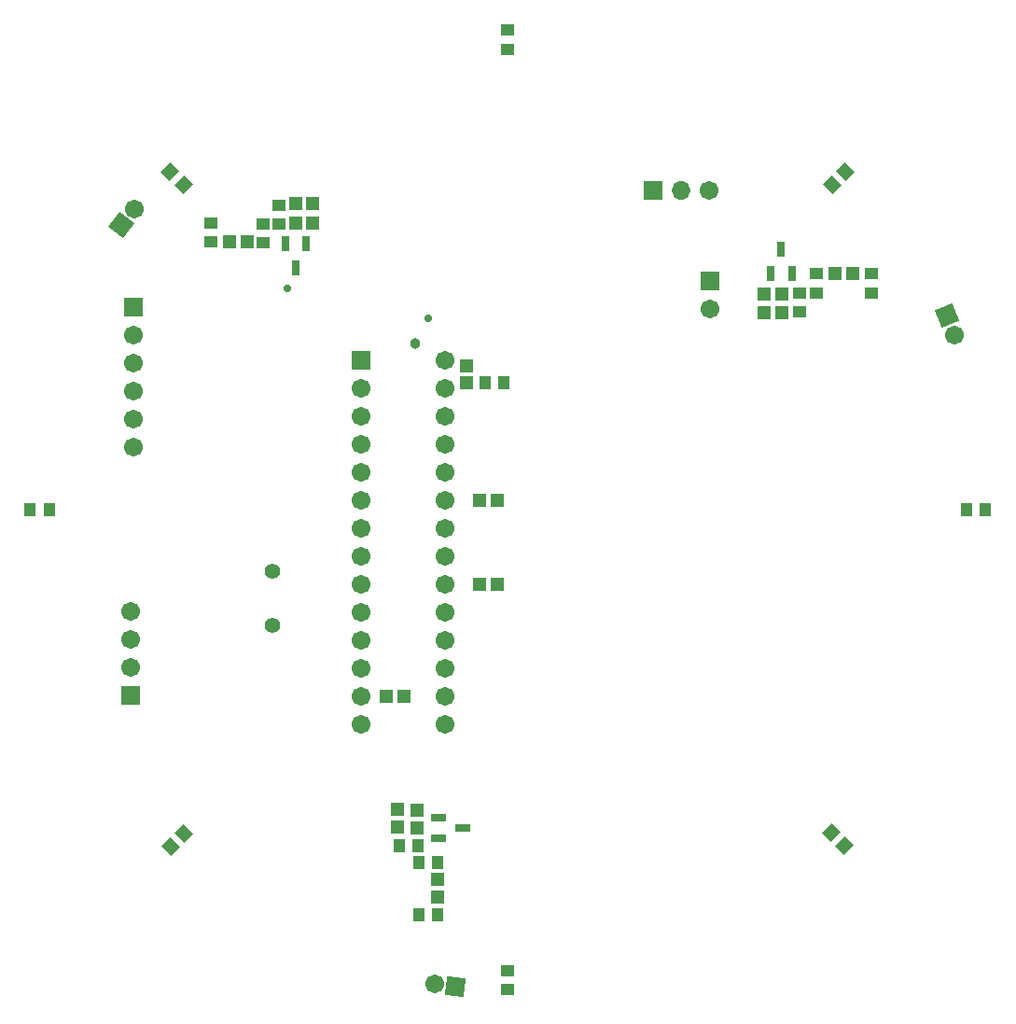
<source format=gbs>
G04 Layer_Color=16711935*
%FSLAX25Y25*%
%MOIN*%
G70*
G01*
G75*
%ADD46R,0.04343X0.04737*%
%ADD49R,0.04737X0.04343*%
%ADD50R,0.04737X0.04737*%
%ADD52R,0.04737X0.04737*%
%ADD57P,0.09483X4X217.5*%
%ADD58C,0.06706*%
%ADD59P,0.09483X4X337.5*%
%ADD60P,0.09483X4X97.5*%
%ADD61R,0.06706X0.06706*%
%ADD62O,0.06745X0.06706*%
%ADD63R,0.06706X0.06706*%
%ADD64C,0.05524*%
%ADD65C,0.03800*%
%ADD66C,0.02769*%
G04:AMPARAMS|DCode=67|XSize=47.37mil|YSize=43.43mil|CornerRadius=0mil|HoleSize=0mil|Usage=FLASHONLY|Rotation=225.000|XOffset=0mil|YOffset=0mil|HoleType=Round|Shape=Rectangle|*
%AMROTATEDRECTD67*
4,1,4,0.00139,0.03210,0.03210,0.00139,-0.00139,-0.03210,-0.03210,-0.00139,0.00139,0.03210,0.0*
%
%ADD67ROTATEDRECTD67*%

G04:AMPARAMS|DCode=68|XSize=47.37mil|YSize=43.43mil|CornerRadius=0mil|HoleSize=0mil|Usage=FLASHONLY|Rotation=315.000|XOffset=0mil|YOffset=0mil|HoleType=Round|Shape=Rectangle|*
%AMROTATEDRECTD68*
4,1,4,-0.03210,0.00139,-0.00139,0.03210,0.03210,-0.00139,0.00139,-0.03210,-0.03210,0.00139,0.0*
%
%ADD68ROTATEDRECTD68*%

%ADD69R,0.03162X0.05328*%
%ADD70R,0.05328X0.03162*%
D46*
X170669Y0D02*
D03*
X163976D02*
D03*
X-170669D02*
D03*
X-163976D02*
D03*
X-1575Y45276D02*
D03*
X-8268D02*
D03*
X-32283Y-120079D02*
D03*
X-38976Y-120079D02*
D03*
X-31890Y-125984D02*
D03*
X-25197D02*
D03*
X-31890Y-144882D02*
D03*
X-25197Y-144882D02*
D03*
D49*
X0Y171063D02*
D03*
Y164370D02*
D03*
X-197Y-171457D02*
D03*
Y-164764D02*
D03*
X-106102Y95473D02*
D03*
Y102165D02*
D03*
X104331Y77165D02*
D03*
Y70472D02*
D03*
X129921Y77362D02*
D03*
X129921Y84055D02*
D03*
X110236Y77362D02*
D03*
Y84055D02*
D03*
X-81693Y101969D02*
D03*
Y108661D02*
D03*
X-87598Y101772D02*
D03*
Y95079D02*
D03*
D50*
X-3740Y3150D02*
D03*
X-10039D02*
D03*
X97835Y70079D02*
D03*
X91535D02*
D03*
X91535Y76772D02*
D03*
X97835D02*
D03*
X116929Y84055D02*
D03*
X123228D02*
D03*
X-10039Y-26772D02*
D03*
X-3740D02*
D03*
X-37205Y-66929D02*
D03*
X-43504D02*
D03*
X-75984Y109252D02*
D03*
X-69685D02*
D03*
X-69685Y102362D02*
D03*
X-75984D02*
D03*
X-93307Y95472D02*
D03*
X-99606D02*
D03*
D52*
X-14764Y45079D02*
D03*
Y51378D02*
D03*
X-39370Y-113386D02*
D03*
Y-107087D02*
D03*
X-32545Y-107326D02*
D03*
Y-113626D02*
D03*
X-25197Y-132283D02*
D03*
Y-138583D02*
D03*
D57*
X-18853Y-170336D02*
D03*
D58*
X-26269Y-169360D02*
D03*
X159596Y62204D02*
D03*
X-133524Y107333D02*
D03*
X71772Y113779D02*
D03*
X-133661Y62047D02*
D03*
Y52047D02*
D03*
Y42047D02*
D03*
Y32047D02*
D03*
Y22047D02*
D03*
X-52402Y43189D02*
D03*
Y33189D02*
D03*
Y23189D02*
D03*
Y13189D02*
D03*
Y3189D02*
D03*
Y-6811D02*
D03*
Y-16811D02*
D03*
Y-26811D02*
D03*
Y-36811D02*
D03*
Y-46811D02*
D03*
Y-56811D02*
D03*
Y-66811D02*
D03*
Y-76811D02*
D03*
X-22402Y53189D02*
D03*
Y43189D02*
D03*
Y33189D02*
D03*
Y23189D02*
D03*
Y13189D02*
D03*
Y3189D02*
D03*
Y-6811D02*
D03*
Y-16811D02*
D03*
Y-26811D02*
D03*
Y-36811D02*
D03*
Y-46811D02*
D03*
Y-56811D02*
D03*
Y-66811D02*
D03*
Y-76811D02*
D03*
X72244Y71693D02*
D03*
X-134843Y-36535D02*
D03*
Y-46535D02*
D03*
Y-56535D02*
D03*
D59*
X156734Y69115D02*
D03*
D60*
X-138077Y101398D02*
D03*
D61*
X51772Y113779D02*
D03*
X-52402Y53189D02*
D03*
D62*
X61772Y113779D02*
D03*
D63*
X-133661Y72047D02*
D03*
X72244Y81693D02*
D03*
X-134843Y-66535D02*
D03*
D64*
X-84055Y-22284D02*
D03*
Y-41496D02*
D03*
D65*
X-33268Y59252D02*
D03*
D66*
X-14764Y51378D02*
D03*
X-197Y-171457D02*
D03*
X-120476Y-120476D02*
D03*
X-170669Y0D02*
D03*
X-120476Y120476D02*
D03*
X0Y170669D02*
D03*
X120476Y120476D02*
D03*
X170669Y0D02*
D03*
X120280Y-120280D02*
D03*
X-78740Y78937D02*
D03*
X-28543Y68307D02*
D03*
X-75984Y109252D02*
D03*
X-39370Y-113583D02*
D03*
X97835Y69882D02*
D03*
X-7874Y45079D02*
D03*
D67*
X115547Y-115547D02*
D03*
X120280Y-120280D02*
D03*
X-115941Y115941D02*
D03*
X-120673Y120673D02*
D03*
D68*
X115744Y115744D02*
D03*
X120476Y120476D02*
D03*
X-120476Y-120476D02*
D03*
X-115744Y-115744D02*
D03*
D69*
X101378Y84153D02*
D03*
X93898D02*
D03*
X97638Y93012D02*
D03*
X-79528Y94980D02*
D03*
X-72047D02*
D03*
X-75787Y86122D02*
D03*
D70*
X-24902Y-117520D02*
D03*
Y-110039D02*
D03*
X-16043Y-113779D02*
D03*
M02*

</source>
